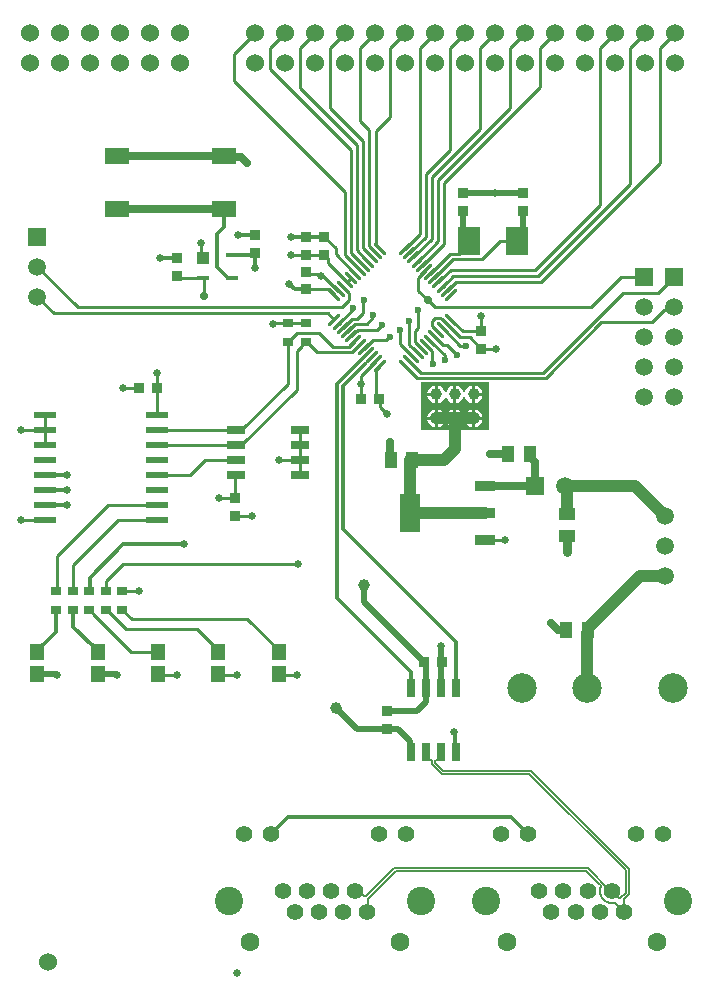
<source format=gbr>
G04*
G04 #@! TF.GenerationSoftware,Altium Limited,Altium Designer,22.4.2 (48)*
G04*
G04 Layer_Physical_Order=1*
G04 Layer_Color=255*
%FSLAX25Y25*%
%MOIN*%
G70*
G04*
G04 #@! TF.SameCoordinates,486E1BA3-CE48-4A1D-B67F-52F2D9AC8645*
G04*
G04*
G04 #@! TF.FilePolarity,Positive*
G04*
G01*
G75*
%ADD11C,0.02000*%
%ADD19C,0.01000*%
%ADD21R,0.03900X0.01500*%
%ADD22R,0.03900X0.03900*%
%ADD23R,0.03937X0.05315*%
%ADD24R,0.05315X0.03937*%
%ADD25R,0.07480X0.09449*%
%ADD26R,0.07378X0.02197*%
%ADD27R,0.06004X0.02559*%
%ADD28R,0.02756X0.06102*%
%ADD29R,0.06890X0.12598*%
%ADD30R,0.06890X0.03740*%
G04:AMPARAMS|DCode=31|XSize=11.81mil|YSize=57.09mil|CornerRadius=0mil|HoleSize=0mil|Usage=FLASHONLY|Rotation=225.000|XOffset=0mil|YOffset=0mil|HoleType=Round|Shape=Round|*
%AMOVALD31*
21,1,0.04528,0.01181,0.00000,0.00000,315.0*
1,1,0.01181,-0.01601,0.01601*
1,1,0.01181,0.01601,-0.01601*
%
%ADD31OVALD31*%

G04:AMPARAMS|DCode=32|XSize=11.81mil|YSize=57.09mil|CornerRadius=0mil|HoleSize=0mil|Usage=FLASHONLY|Rotation=315.000|XOffset=0mil|YOffset=0mil|HoleType=Round|Shape=Round|*
%AMOVALD32*
21,1,0.04528,0.01181,0.00000,0.00000,45.0*
1,1,0.01181,-0.01601,-0.01601*
1,1,0.01181,0.01601,0.01601*
%
%ADD32OVALD32*%

%ADD33R,0.08268X0.05512*%
%ADD34R,0.03347X0.02756*%
%ADD35R,0.04528X0.05315*%
%ADD36R,0.03740X0.03740*%
%ADD37R,0.03740X0.03740*%
%ADD66C,0.00512*%
%ADD67C,0.02500*%
%ADD68C,0.01200*%
%ADD69C,0.04000*%
%ADD70C,0.03000*%
%ADD71C,0.06299*%
%ADD72C,0.09449*%
%ADD73C,0.05512*%
%ADD74C,0.09843*%
%ADD75C,0.05906*%
%ADD76R,0.05906X0.05906*%
%ADD77R,0.05906X0.05906*%
%ADD78C,0.06000*%
%ADD79C,0.02756*%
%ADD80C,0.02559*%
%ADD81C,0.03937*%
%ADD82C,0.02362*%
G36*
X262500Y292500D02*
X240000D01*
Y308500D01*
X262500D01*
Y292500D01*
D02*
G37*
%LPC*%
G36*
X256928Y307439D02*
X256283Y307266D01*
X255606Y306875D01*
X255053Y306323D01*
X254662Y305646D01*
X254580Y305339D01*
X254063D01*
X253980Y305646D01*
X253590Y306323D01*
X253037Y306875D01*
X252360Y307266D01*
X251714Y307439D01*
Y304500D01*
Y301561D01*
X252360Y301734D01*
X253037Y302125D01*
X253590Y302677D01*
X253980Y303354D01*
X254063Y303661D01*
X254580D01*
X254662Y303354D01*
X255053Y302677D01*
X255606Y302125D01*
X256283Y301734D01*
X256928Y301561D01*
Y304500D01*
Y307439D01*
D02*
G37*
G36*
X250714D02*
X250068Y307266D01*
X249392Y306875D01*
X248839Y306323D01*
X248448Y305646D01*
X248366Y305339D01*
X247848D01*
X247766Y305646D01*
X247375Y306323D01*
X246823Y306875D01*
X246146Y307266D01*
X245500Y307439D01*
Y304500D01*
Y301561D01*
X246146Y301734D01*
X246823Y302125D01*
X247375Y302677D01*
X247766Y303354D01*
X247848Y303661D01*
X248366D01*
X248448Y303354D01*
X248839Y302677D01*
X249392Y302125D01*
X250068Y301734D01*
X250714Y301561D01*
Y304500D01*
Y307439D01*
D02*
G37*
G36*
X257928D02*
Y305000D01*
X260368D01*
X260195Y305646D01*
X259804Y306323D01*
X259251Y306875D01*
X258574Y307266D01*
X257928Y307439D01*
D02*
G37*
G36*
X244500D02*
X243854Y307266D01*
X243177Y306875D01*
X242625Y306323D01*
X242234Y305646D01*
X242061Y305000D01*
X244500D01*
Y307439D01*
D02*
G37*
G36*
X260368Y304000D02*
X257928D01*
Y301561D01*
X258574Y301734D01*
X259251Y302125D01*
X259804Y302677D01*
X260195Y303354D01*
X260368Y304000D01*
D02*
G37*
G36*
X244500D02*
X242061D01*
X242234Y303354D01*
X242625Y302677D01*
X243177Y302125D01*
X243854Y301734D01*
X244500Y301561D01*
Y304000D01*
D02*
G37*
G36*
X256928Y299439D02*
X256283Y299266D01*
X255606Y298875D01*
X255053Y298323D01*
X254662Y297646D01*
X254580Y297339D01*
X254063D01*
X253980Y297646D01*
X253590Y298323D01*
X253037Y298875D01*
X252360Y299266D01*
X251714Y299439D01*
Y296500D01*
Y293561D01*
X252360Y293734D01*
X253037Y294125D01*
X253590Y294677D01*
X253980Y295354D01*
X254063Y295661D01*
X254580D01*
X254662Y295354D01*
X255053Y294677D01*
X255606Y294125D01*
X256283Y293734D01*
X256928Y293561D01*
Y296500D01*
Y299439D01*
D02*
G37*
G36*
X250714D02*
X250068Y299266D01*
X249392Y298875D01*
X248839Y298323D01*
X248448Y297646D01*
X248366Y297339D01*
X247848D01*
X247766Y297646D01*
X247375Y298323D01*
X246823Y298875D01*
X246146Y299266D01*
X245500Y299439D01*
Y296500D01*
Y293561D01*
X246146Y293734D01*
X246823Y294125D01*
X247375Y294677D01*
X247766Y295354D01*
X247848Y295661D01*
X248366D01*
X248448Y295354D01*
X248839Y294677D01*
X249392Y294125D01*
X250068Y293734D01*
X250714Y293561D01*
Y296500D01*
Y299439D01*
D02*
G37*
G36*
X257928D02*
Y297000D01*
X260368D01*
X260195Y297646D01*
X259804Y298323D01*
X259251Y298875D01*
X258574Y299266D01*
X257928Y299439D01*
D02*
G37*
G36*
X244500D02*
X243854Y299266D01*
X243177Y298875D01*
X242625Y298323D01*
X242234Y297646D01*
X242061Y297000D01*
X244500D01*
Y299439D01*
D02*
G37*
G36*
X260368Y296000D02*
X257928D01*
Y293561D01*
X258574Y293734D01*
X259251Y294125D01*
X259804Y294677D01*
X260195Y295354D01*
X260368Y296000D01*
D02*
G37*
G36*
X244500D02*
X242061D01*
X242234Y295354D01*
X242625Y294677D01*
X243177Y294125D01*
X243854Y293734D01*
X244500Y293561D01*
Y296000D01*
D02*
G37*
%LPD*%
D11*
X246500Y206728D02*
Y214819D01*
X246953Y215272D01*
X246607Y215165D02*
X246726Y215045D01*
X246607Y215165D02*
Y220393D01*
X246500Y220500D02*
X246607Y220393D01*
X211500Y200000D02*
X218453Y193047D01*
X228500D01*
X138393Y211107D02*
X138500Y211000D01*
X132322Y211107D02*
X138393D01*
X132160Y211269D02*
X132322Y211107D01*
X118393D02*
X118500Y211000D01*
X112197Y211107D02*
X118393D01*
X112035Y211269D02*
X112197Y211107D01*
X228500Y193047D02*
X228655Y192892D01*
X232199D01*
X236122Y188969D01*
Y185650D02*
Y188969D01*
Y185650D02*
X236500Y185272D01*
X228500Y198953D02*
X238453D01*
X241528Y202028D01*
X241500Y206728D02*
X241528Y206700D01*
Y202028D02*
Y206700D01*
X241500Y206728D02*
Y214819D01*
X220926Y235393D02*
Y241101D01*
Y235393D02*
X241047Y215272D01*
X273933Y371445D02*
X273941Y371453D01*
X264440Y371445D02*
X273933D01*
X254067D02*
X264440D01*
X254059Y371453D02*
X254067Y371445D01*
X254059Y356386D02*
Y365547D01*
X273941Y357370D02*
Y365547D01*
D19*
X234606Y314082D02*
X238689Y310000D01*
X281500D02*
X300000Y328500D01*
X238689Y310000D02*
X281500D01*
X236047Y315474D02*
X239879Y311642D01*
X300000Y328500D02*
X317000D01*
X280733Y311642D02*
X307287Y338196D01*
X239879Y311642D02*
X280733D01*
X205122Y318500D02*
X216843D01*
X201795Y321827D02*
X205122Y318500D01*
X216843D02*
X219385Y321042D01*
X239000Y339000D02*
X242192Y335808D01*
X166500Y351122D02*
Y355000D01*
Y351122D02*
X166882Y350740D01*
X167325Y343200D02*
X167575Y342950D01*
Y337350D02*
Y342950D01*
X167100Y343200D02*
X167325D01*
X158500Y344047D02*
X159347Y343200D01*
X167100D01*
X243500Y327509D02*
Y329000D01*
X244589Y330089D02*
X246390D01*
X243500Y329000D02*
X244589Y330089D01*
X220000Y303000D02*
Y310472D01*
X256095Y323500D02*
X260094Y319500D01*
X206376Y343702D02*
X207643D01*
X205578Y344500D02*
X206376Y343702D01*
X248477Y328002D02*
X248526D01*
X246390Y330089D02*
X248477Y328002D01*
X243500Y327509D02*
X245742Y325267D01*
Y325218D02*
Y325267D01*
X239000Y326500D02*
Y332500D01*
X238087Y325587D02*
X239000Y326500D01*
X248526Y328002D02*
X253028Y323500D01*
X195500Y321827D02*
X195795D01*
X196673Y322705D01*
X198673Y325000D02*
X206000D01*
X196673Y322705D02*
Y323000D01*
X198673Y325000D01*
X134925Y242425D02*
X140500Y248000D01*
X199000D01*
X261171Y256000D02*
X268000D01*
X261116Y255945D02*
X261171Y256000D01*
X134925Y239020D02*
Y242425D01*
X152215Y211251D02*
X152521Y210945D01*
X158440D01*
X140425Y239020D02*
X140435Y239010D01*
X145990D02*
X146000Y239000D01*
X140435Y239010D02*
X145990D01*
X192771Y210945D02*
X198440D01*
X192465Y211251D02*
X192771Y210945D01*
X307287Y338196D02*
X319052D01*
X317000Y328500D02*
X321061Y332561D01*
X247176Y321000D02*
X248500D01*
X244350Y323826D02*
X247176Y321000D01*
X248500D02*
X252000Y317500D01*
X239000Y339000D02*
Y343392D01*
X241566Y345958D01*
X220000Y310472D02*
X225002Y315474D01*
X209317Y339500D02*
X211158Y337658D01*
X201500Y339500D02*
X209317D01*
X190661Y328161D02*
X195339D01*
X190500Y328000D02*
X190661Y328161D01*
X195339D02*
X195500Y328323D01*
X213631Y333500D02*
X215953Y335822D01*
X117500Y331500D02*
X121000D01*
X125500Y333500D02*
X213631D01*
X208976Y331500D02*
X211082Y329394D01*
X112000Y337000D02*
X117500Y331500D01*
X112000Y347000D02*
X125500Y333500D01*
X121000Y331500D02*
X208976Y331500D01*
X260000Y325500D02*
Y330500D01*
X242958Y322434D02*
X247800Y317592D01*
Y316200D02*
Y317592D01*
Y316200D02*
X248000Y316000D01*
X247134Y326610D02*
X252983Y320761D01*
X254739D01*
X255000Y320500D01*
X253028Y323500D02*
X256095D01*
X244000Y314500D02*
Y314869D01*
X243653Y315216D02*
X244000Y314869D01*
X243653Y315216D02*
Y318906D01*
X241566Y320993D02*
X243653Y318906D01*
X241566Y320993D02*
Y321042D01*
X238087Y321786D02*
Y325587D01*
X238782Y318258D02*
Y318258D01*
X236000Y321040D02*
Y329000D01*
Y321040D02*
X238782Y318258D01*
X233000Y321256D02*
Y326000D01*
X220739Y335739D02*
X221000Y336000D01*
X220739Y331608D02*
Y335739D01*
X221767Y328000D02*
X223739Y329972D01*
X218089Y328000D02*
X221767D01*
X215307Y325218D02*
X218089Y328000D01*
X216650Y323826D02*
X216699D01*
X218865Y325913D02*
X225413D01*
X227000Y327500D01*
X218470Y325517D02*
X218865Y325913D01*
X218390Y325517D02*
X218470D01*
X216699Y323826D02*
X218390Y325517D01*
X228361Y322729D02*
X229131Y323500D01*
X223905Y322729D02*
X228361D01*
X220826Y319650D02*
X223905Y322729D01*
X229131Y323500D02*
X229500D01*
X218702Y329571D02*
X220739Y331608D01*
X223739Y330739D02*
X224000Y331000D01*
X223739Y329972D02*
Y330739D01*
X216876Y329571D02*
X218702D01*
X217260Y332836D02*
Y333198D01*
X212474Y328002D02*
Y328051D01*
X217260Y332836D01*
X213915Y326610D02*
X216876Y329571D01*
X233000Y321256D02*
X237390Y316866D01*
X238087Y321786D02*
X240174Y319699D01*
X242192Y335808D02*
X244500Y333500D01*
X299500Y367500D02*
Y420000D01*
X278000Y346000D02*
X299500Y367500D01*
X309500Y374500D02*
Y420000D01*
X279000Y344000D02*
X309500Y374500D01*
X319500Y381586D02*
Y420000D01*
X279914Y342000D02*
X319500Y381586D01*
X251528Y342000D02*
X279914D01*
X248526Y338998D02*
X251528Y342000D01*
X248526Y338998D02*
X248526D01*
X250744Y344000D02*
X279000D01*
X249960Y346000D02*
X278000D01*
X299500Y420000D02*
X304500Y425000D01*
X319500Y420000D02*
X324500Y425000D01*
X306500Y343500D02*
X314356D01*
X296500Y333500D02*
X306500Y343500D01*
X319052Y338196D02*
X324356Y343500D01*
X323418Y332561D02*
X324356Y333500D01*
X321061Y332561D02*
X323418D01*
X244500Y333500D02*
X296500D01*
X177500Y409000D02*
X214500Y372000D01*
Y350892D02*
Y372000D01*
X140425Y232524D02*
X143449Y229500D01*
X182090D02*
X192465Y219125D01*
X143449Y229500D02*
X182090D01*
X198500Y318827D02*
X200327Y320654D01*
X198500Y305955D02*
Y318827D01*
X180045Y287500D02*
X198500Y305955D01*
X177500Y409000D02*
Y418000D01*
X172340Y211251D02*
X172646Y210945D01*
X178440D01*
X240174Y319650D02*
Y319699D01*
X260094Y319500D02*
X265000D01*
X215953Y335822D02*
Y338254D01*
X213866Y326610D02*
X213915D01*
X215258Y325218D02*
X215307D01*
X213866Y340341D02*
X215953Y338254D01*
X177500Y418000D02*
X184500Y425000D01*
X189500Y413000D02*
Y420000D01*
X194500Y425000D01*
X189500Y413000D02*
X216500Y386000D01*
X207750Y356906D02*
X211500Y353155D01*
Y351108D02*
Y353155D01*
Y351108D02*
X218042Y344566D01*
X214500Y350892D02*
X219434Y345958D01*
X216500Y351676D02*
X220826Y347350D01*
X216500Y351676D02*
Y386000D01*
X199500Y406500D02*
X218500Y387500D01*
X220487Y353256D02*
Y389013D01*
X222500Y354077D02*
Y392500D01*
Y354077D02*
X225002Y351575D01*
X219500Y395500D02*
Y420000D01*
X209500Y400000D02*
X220487Y389013D01*
X218500Y352460D02*
Y387500D01*
X209500Y400000D02*
Y420000D01*
X219500D02*
X224500Y425000D01*
X219500Y395500D02*
X222500Y392500D01*
X220487Y353256D02*
X223610Y350134D01*
X199500Y406500D02*
Y420000D01*
X204500Y425000D01*
X218500Y352460D02*
X222218Y348742D01*
X209500Y420000D02*
X214500Y425000D01*
X224793Y392293D02*
X229500Y397000D01*
X224793Y354518D02*
Y392293D01*
Y354518D02*
X226394Y352918D01*
X215258Y341782D02*
X216650Y343174D01*
X208825Y348216D02*
Y349925D01*
X207750Y351000D02*
X208825Y349925D01*
Y348216D02*
X215258Y341782D01*
X201500Y351000D02*
X207750D01*
X196500D02*
X201500D01*
X279500Y407000D02*
Y420000D01*
X247500Y354676D02*
Y375000D01*
X279500Y407000D01*
X245500Y376000D02*
X269500Y400000D01*
X245500Y355460D02*
Y376000D01*
X269500Y400000D02*
Y420000D01*
X249500Y386000D02*
Y420000D01*
X241500Y378000D02*
X249500Y386000D01*
X241500Y357028D02*
Y378000D01*
X259500Y393000D02*
Y420000D01*
X243500Y377000D02*
X259500Y393000D01*
X243500Y356244D02*
Y377000D01*
X225002Y351526D02*
Y351575D01*
X229500Y420000D02*
X234500Y425000D01*
X229500Y397000D02*
Y420000D01*
X254059Y356386D02*
X255929Y354516D01*
X272071Y355500D02*
X273941Y357370D01*
X266214Y355500D02*
X272071D01*
X260203Y349488D02*
X266214Y355500D01*
X250664Y349488D02*
X260203D01*
X244350Y343174D02*
X250664Y349488D01*
X252689Y351276D02*
X255929Y354516D01*
X242958Y344566D02*
X249668Y351276D01*
X252689D01*
X245742Y341782D02*
X249960Y346000D01*
X247134Y340390D02*
X250744Y344000D01*
X240174Y347350D02*
X247500Y354676D01*
X238782Y348742D02*
X245500Y355460D01*
X237390Y350134D02*
X243500Y356244D01*
X235998Y351526D02*
X241500Y357028D01*
X239500Y357811D02*
Y420000D01*
X234606Y352918D02*
X239500Y357811D01*
Y420000D02*
X244500Y425000D01*
X249500Y420000D02*
X254500Y425000D01*
X259500Y420000D02*
X264500Y425000D01*
X269500Y420000D02*
X274500Y425000D01*
X279500Y420000D02*
X284500Y425000D01*
X309500Y420000D02*
X314500Y425000D01*
X235998Y315474D02*
X236047D01*
X118500Y239094D02*
Y250500D01*
X139000Y262500D02*
X152000D01*
X118500Y250500D02*
X135500Y267500D01*
X124000Y247500D02*
X139000Y262500D01*
X135500Y267500D02*
X152000D01*
X124000Y239094D02*
Y247500D01*
X123925Y239020D02*
X124000Y239094D01*
X118425Y239020D02*
X118500Y239094D01*
X130598Y231350D02*
X143217Y218731D01*
X152215D01*
X129425Y232524D02*
X129720D01*
X130598Y231646D01*
Y231350D02*
Y231646D01*
X141477Y226267D02*
X165198D01*
X172340Y219125D01*
X134925Y232524D02*
X135221D01*
X141477Y226267D01*
X172340Y218731D02*
Y219125D01*
X192465Y218731D02*
Y219125D01*
X211082Y329394D02*
X211082D01*
X206000Y325000D02*
X210653Y320347D01*
X152000Y306547D02*
Y311500D01*
X151953Y306500D02*
X152000Y306547D01*
X178047Y264000D02*
X183500D01*
X178000Y264047D02*
X178047Y264000D01*
X140500Y306500D02*
X146047D01*
X172500Y270000D02*
X177953D01*
X178000Y269953D01*
Y277177D01*
X224793Y312482D02*
X226394Y314082D01*
X224793Y304113D02*
X225905Y303000D01*
X224793Y304113D02*
Y312482D01*
X225905Y303000D02*
X226284Y302621D01*
Y300216D02*
X228500Y298000D01*
X226284Y300216D02*
Y302621D01*
X192500Y282500D02*
X199677D01*
Y277500D02*
Y282500D01*
Y287500D01*
Y292500D01*
X106500D02*
X114722D01*
Y297500D01*
Y287500D02*
Y292500D01*
X178000Y277177D02*
X178323Y277500D01*
X106500Y262500D02*
X114722D01*
X151953Y297547D02*
Y306500D01*
Y297547D02*
X152000Y297500D01*
X200327Y320654D02*
Y320949D01*
X201205Y321827D02*
X201500D01*
X200327Y320949D02*
X201205Y321827D01*
X195500Y307955D02*
Y321827D01*
X180045Y292500D02*
X195500Y307955D01*
Y328323D02*
X201500D01*
X202406Y344500D02*
X205578D01*
X201500Y345406D02*
X202406Y344500D01*
X207643Y343702D02*
X210655Y340689D01*
X210734D02*
X212425Y338998D01*
X210655Y340689D02*
X210734D01*
X212425Y338998D02*
X212474D01*
X253811Y325500D02*
X260000D01*
X249918Y329394D02*
X253811Y325500D01*
X168000Y282500D02*
X178323D01*
X152000Y277500D02*
X163000D01*
X168000Y282500D01*
X152000Y287500D02*
X178323D01*
X152000Y292500D02*
X178323D01*
Y287500D02*
X180045D01*
X215906Y320347D02*
X217993Y322434D01*
X210653Y320347D02*
X215906D01*
X201500Y321827D02*
X201795D01*
X217993Y322434D02*
X218042D01*
X178323Y292500D02*
X180045D01*
X219385Y321042D02*
X219434D01*
D21*
X176900Y350800D02*
D03*
Y343200D02*
D03*
X167100D02*
D03*
D22*
Y350000D02*
D03*
D23*
X268858Y284500D02*
D03*
X276142D02*
D03*
X229811Y282500D02*
D03*
X237094D02*
D03*
X288358Y226000D02*
D03*
X295642D02*
D03*
D24*
X288500Y257358D02*
D03*
Y264642D02*
D03*
D25*
X272071Y355500D02*
D03*
X255929D02*
D03*
D26*
X114722Y297500D02*
D03*
Y292500D02*
D03*
Y287500D02*
D03*
Y282500D02*
D03*
Y277500D02*
D03*
Y272500D02*
D03*
Y267500D02*
D03*
Y262500D02*
D03*
X152000D02*
D03*
Y267500D02*
D03*
Y272500D02*
D03*
Y277500D02*
D03*
Y282500D02*
D03*
Y287500D02*
D03*
Y297500D02*
D03*
Y292500D02*
D03*
D27*
X178323Y277500D02*
D03*
Y282500D02*
D03*
Y287500D02*
D03*
Y292500D02*
D03*
X199677D02*
D03*
Y287500D02*
D03*
Y282500D02*
D03*
Y277500D02*
D03*
D28*
X251500Y206728D02*
D03*
X246500D02*
D03*
X241500D02*
D03*
X236500D02*
D03*
Y185272D02*
D03*
X241500D02*
D03*
X246500D02*
D03*
X251500D02*
D03*
D29*
X236313Y265000D02*
D03*
D30*
X261116Y274055D02*
D03*
Y265000D02*
D03*
Y255945D02*
D03*
D31*
X249918Y329394D02*
D03*
X248526Y328002D02*
D03*
X247134Y326610D02*
D03*
X245742Y325218D02*
D03*
X244350Y323826D02*
D03*
X242958Y322434D02*
D03*
X241566Y321042D02*
D03*
X240174Y319650D02*
D03*
X238782Y318258D02*
D03*
X237390Y316866D02*
D03*
X235998Y315474D02*
D03*
X234606Y314082D02*
D03*
X211082Y337606D02*
D03*
X212474Y338998D02*
D03*
X213866Y340390D02*
D03*
X215258Y341782D02*
D03*
X216650Y343174D02*
D03*
X218042Y344566D02*
D03*
X219434Y345958D02*
D03*
X220826Y347350D02*
D03*
X222218Y348742D02*
D03*
X223610Y350134D02*
D03*
X225002Y351526D02*
D03*
X226394Y352918D02*
D03*
D32*
Y314082D02*
D03*
X225002Y315474D02*
D03*
X223610Y316866D02*
D03*
X222218Y318258D02*
D03*
X220826Y319650D02*
D03*
X219434Y321042D02*
D03*
X218042Y322434D02*
D03*
X216650Y323826D02*
D03*
X215258Y325218D02*
D03*
X213866Y326610D02*
D03*
X212474Y328002D02*
D03*
X211082Y329394D02*
D03*
X234606Y352918D02*
D03*
X235998Y351526D02*
D03*
X237390Y350134D02*
D03*
X238782Y348742D02*
D03*
X240174Y347350D02*
D03*
X241566Y345958D02*
D03*
X242958Y344566D02*
D03*
X244350Y343174D02*
D03*
X245742Y341782D02*
D03*
X247134Y340390D02*
D03*
X248526Y338998D02*
D03*
X249918Y337606D02*
D03*
D33*
X174413Y383858D02*
D03*
X138587D02*
D03*
X174413Y366142D02*
D03*
X138587D02*
D03*
D34*
X140425Y232524D02*
D03*
Y239020D02*
D03*
X134925Y232524D02*
D03*
Y239020D02*
D03*
X129425Y232524D02*
D03*
Y239020D02*
D03*
X201500Y321827D02*
D03*
Y328323D02*
D03*
X195500Y321827D02*
D03*
Y328323D02*
D03*
X123925Y232524D02*
D03*
Y239020D02*
D03*
X118425Y232524D02*
D03*
Y239020D02*
D03*
D35*
X192465Y211251D02*
D03*
Y218731D02*
D03*
X172340Y211251D02*
D03*
Y218731D02*
D03*
X152215Y211251D02*
D03*
Y218731D02*
D03*
X132160Y218749D02*
D03*
Y211269D02*
D03*
X112035Y218749D02*
D03*
Y211269D02*
D03*
D36*
X151953Y306500D02*
D03*
X146047D02*
D03*
X241047Y215272D02*
D03*
X246953D02*
D03*
X225905Y303000D02*
D03*
X220000D02*
D03*
D37*
X178000Y264047D02*
D03*
Y269953D02*
D03*
X228500Y193047D02*
D03*
Y198953D02*
D03*
X254059Y365547D02*
D03*
Y371453D02*
D03*
X273941Y365547D02*
D03*
Y371453D02*
D03*
X201500Y339500D02*
D03*
Y345406D02*
D03*
X260000Y325500D02*
D03*
Y319595D02*
D03*
X201500Y351000D02*
D03*
Y356906D02*
D03*
X207750Y351000D02*
D03*
Y356906D02*
D03*
X158500Y344047D02*
D03*
Y349953D02*
D03*
X184500Y351547D02*
D03*
Y357453D02*
D03*
D66*
X299763Y140507D02*
X299499Y139468D01*
X299519Y138395D01*
X299823Y137367D01*
X300389Y136455D01*
X301176Y135726D01*
X299763Y140603D02*
Y140603D01*
X301184Y135721D02*
X301995Y135267D01*
X302890Y135016D01*
X303819Y134983D01*
X303819Y134983D02*
X304499Y135001D01*
X307500Y132000D02*
Y136302D01*
X309198Y138000D01*
X299763Y140603D02*
Y140815D01*
X299186Y141392D02*
X299763Y140815D01*
Y140507D02*
Y140603D01*
X295078Y145500D02*
X299186Y141392D01*
X304977Y134523D02*
X307500Y132000D01*
X301176Y135726D02*
X301184Y135721D01*
X304499Y135001D02*
X304977Y134523D01*
X231437Y145500D02*
X295078D01*
X222191Y136254D02*
X231437Y145500D01*
X222191Y132191D02*
Y136254D01*
X222000Y132000D02*
X222191Y132191D01*
X276500Y179000D02*
X309198Y146302D01*
X276084Y177996D02*
X308194Y145886D01*
Y138416D02*
Y145886D01*
X246841Y177996D02*
X276084D01*
X247257Y179000D02*
X276500D01*
X309198Y138000D02*
Y146302D01*
X303484Y139008D02*
X305923Y136569D01*
X306347D01*
X308194Y138416D01*
X231021Y146504D02*
X295494D01*
X302990Y139008D01*
X303484D01*
X219208D02*
X221088Y137128D01*
X217984Y139008D02*
X219208D01*
X221645Y137128D02*
X231021Y146504D01*
X221088Y137128D02*
X221645D01*
X243498Y181339D02*
X246841Y177996D01*
X242622Y182629D02*
X243198D01*
X241500Y183751D02*
X242622Y182629D01*
X241500Y183751D02*
Y185272D01*
X244502Y181755D02*
X247257Y179000D01*
X244502Y181755D02*
Y182329D01*
X244802Y182629D01*
X243198D02*
X243498Y182329D01*
Y181339D02*
Y182329D01*
X245378Y182629D02*
X246500Y183751D01*
X244802Y182629D02*
X245378D01*
X246500Y183751D02*
Y185272D01*
D67*
X180000Y383500D02*
X182000Y381500D01*
X174772Y383500D02*
X180000D01*
X174413Y383858D02*
X174772Y383500D01*
X138587Y383858D02*
X174413D01*
X138587Y366142D02*
X174413D01*
X276142Y283811D02*
X277972Y281980D01*
Y274028D02*
Y281980D01*
X276142Y283811D02*
Y284500D01*
X261144Y274028D02*
X277972D01*
X278000Y274000D01*
X263016Y284500D02*
X263060Y284456D01*
X269504D01*
X263000Y284500D02*
X263016D01*
X229511Y282800D02*
X229811Y282500D01*
X229511Y282800D02*
Y288489D01*
X229500Y288500D02*
X229511Y288489D01*
X283150Y228425D02*
X285650Y225925D01*
X288972D01*
X289047Y226000D01*
X261116Y274055D02*
X261144Y274028D01*
D68*
X176750Y343350D02*
X176900Y343200D01*
X175550Y343350D02*
X176750D01*
X172000Y346900D02*
Y358000D01*
Y346900D02*
X175550Y343350D01*
X174413Y360413D02*
Y366142D01*
X172000Y358000D02*
X174413Y360413D01*
X179000Y357500D02*
X184453D01*
X184500Y357453D01*
Y346500D02*
Y351547D01*
X176900Y350800D02*
X183753D01*
X184500Y351547D01*
X158453Y350000D02*
X158500Y349953D01*
X153000Y350000D02*
X158453D01*
X212000Y308027D02*
X213103Y309130D01*
X212000Y236500D02*
Y308027D01*
Y236500D02*
X236500Y212000D01*
X269937Y163500D02*
X275453Y157984D01*
X195468Y163500D02*
X269937D01*
X189953Y157984D02*
X195468Y163500D01*
X132160Y218749D02*
Y219143D01*
X130496Y220806D02*
X132160Y219143D01*
X123951Y226958D02*
X130103Y220806D01*
X123951Y226958D02*
Y232497D01*
X130103Y220806D02*
X130496D01*
X112035Y219143D02*
X113699Y220806D01*
X114093D02*
X118425Y225139D01*
Y232524D01*
X112035Y218749D02*
Y219143D01*
X113699Y220806D02*
X114093D01*
X123925Y232524D02*
X123951Y232497D01*
X197830Y339500D02*
X201500D01*
X196050Y341280D02*
X197830Y339500D01*
X196000Y341280D02*
X196050D01*
X251200Y185572D02*
Y191685D01*
X250940Y191945D02*
X251200Y191685D01*
Y185572D02*
X251500Y185272D01*
X241047Y215272D02*
X241500Y214819D01*
X236500Y206728D02*
Y212000D01*
X214000Y259500D02*
X251500Y222000D01*
Y206728D02*
Y222000D01*
X196500Y357000D02*
X201406D01*
X201500Y356906D01*
X207750D01*
X114722Y267500D02*
X122000D01*
X114722Y272500D02*
X122000D01*
X114722Y277500D02*
X122000D01*
X140495Y254500D02*
X161000D01*
X129432Y243438D02*
X140495Y254500D01*
X129432Y239027D02*
Y243438D01*
X129425Y239020D02*
X129432Y239027D01*
X214000Y307256D02*
X221423Y314680D01*
X214000Y259500D02*
Y307256D01*
X213103Y309130D02*
X213103D01*
X220236Y316264D01*
D69*
X295642Y226000D02*
Y226626D01*
X312964Y243948D01*
X295260Y224992D02*
X295642Y225374D01*
Y226000D01*
X295260Y206500D02*
Y224992D01*
X312964Y243948D02*
X321233D01*
X321285Y244000D01*
X245000Y296500D02*
X251214D01*
X257429D01*
X236359Y282454D02*
X247454D01*
X251214Y286214D02*
Y296500D01*
X247454Y282454D02*
X251214Y286214D01*
X236313Y265000D02*
X236359Y265046D01*
Y282454D01*
X236313Y265000D02*
X261116D01*
X311285Y274000D02*
X321285Y264000D01*
X288000Y274000D02*
X311285D01*
X288500Y264500D02*
Y273500D01*
X288000Y274000D02*
X288500Y273500D01*
D70*
Y251953D02*
Y257827D01*
D71*
X268445Y122000D02*
D03*
X318445D02*
D03*
X232945D02*
D03*
X182945D02*
D03*
D72*
X261457Y135504D02*
D03*
X325433D02*
D03*
X239933D02*
D03*
X175957D02*
D03*
D73*
X266437Y157984D02*
D03*
X275453D02*
D03*
X311437D02*
D03*
X320453D02*
D03*
X279390Y139008D02*
D03*
X283405Y132000D02*
D03*
X287421Y139008D02*
D03*
X291437Y132000D02*
D03*
X295453Y139008D02*
D03*
X299468Y132000D02*
D03*
X303484Y139008D02*
D03*
X307500Y132000D02*
D03*
X222000D02*
D03*
X217984Y139008D02*
D03*
X213968Y132000D02*
D03*
X209953Y139008D02*
D03*
X205937Y132000D02*
D03*
X201921Y139008D02*
D03*
X197906Y132000D02*
D03*
X193890Y139008D02*
D03*
X234953Y157984D02*
D03*
X225937D02*
D03*
X189953D02*
D03*
X180937D02*
D03*
D74*
X295260Y206500D02*
D03*
X273606D02*
D03*
X324000D02*
D03*
D75*
X321285Y264000D02*
D03*
Y254000D02*
D03*
Y244000D02*
D03*
X288000Y274000D02*
D03*
X314356Y303500D02*
D03*
X324356D02*
D03*
X314356Y313500D02*
D03*
X324356D02*
D03*
Y323500D02*
D03*
X314356Y333500D02*
D03*
X324356D02*
D03*
X314356Y323500D02*
D03*
X112000Y347000D02*
D03*
Y337000D02*
D03*
D76*
X278000Y274000D02*
D03*
D77*
X314356Y343500D02*
D03*
X324356D02*
D03*
X112000Y357000D02*
D03*
D78*
X109500Y425000D02*
D03*
X119500D02*
D03*
X129500D02*
D03*
X139500D02*
D03*
X149500D02*
D03*
X159500D02*
D03*
Y415000D02*
D03*
X149500D02*
D03*
X109500D02*
D03*
X119500D02*
D03*
X129500D02*
D03*
X139500D02*
D03*
X234500Y425000D02*
D03*
X244500D02*
D03*
X254500D02*
D03*
X264500D02*
D03*
X274500D02*
D03*
X284500D02*
D03*
X294500D02*
D03*
X304500D02*
D03*
X314500D02*
D03*
X324500D02*
D03*
Y415000D02*
D03*
X314500D02*
D03*
X304500D02*
D03*
X294500D02*
D03*
X284500D02*
D03*
X274500D02*
D03*
X264500D02*
D03*
X254500D02*
D03*
X244500D02*
D03*
X234500D02*
D03*
X224500Y425000D02*
D03*
X214500D02*
D03*
X204500D02*
D03*
X194500D02*
D03*
X184500D02*
D03*
X224500Y415000D02*
D03*
X214500D02*
D03*
X204500D02*
D03*
X194500D02*
D03*
X184500D02*
D03*
X115500Y115417D02*
D03*
D79*
X167575Y337350D02*
D03*
X242192Y335808D02*
D03*
D80*
X166500Y355000D02*
D03*
X182000Y381500D02*
D03*
X179000Y357500D02*
D03*
X263000Y284500D02*
D03*
X229500Y288500D02*
D03*
X288500Y251953D02*
D03*
X199000Y248000D02*
D03*
X268000Y256000D02*
D03*
X138500Y211000D02*
D03*
X118500D02*
D03*
X158440Y210945D02*
D03*
X178500Y111500D02*
D03*
X146000Y239000D02*
D03*
X198440Y210945D02*
D03*
X283150Y228425D02*
D03*
X184500Y346500D02*
D03*
X220000Y308000D02*
D03*
X196000Y341280D02*
D03*
X190500Y328000D02*
D03*
X260000Y330500D02*
D03*
X246500Y220500D02*
D03*
X250940Y191945D02*
D03*
X178440Y210945D02*
D03*
X264440Y371445D02*
D03*
X196500Y357000D02*
D03*
X265000Y319500D02*
D03*
X122000Y277500D02*
D03*
Y272500D02*
D03*
Y267500D02*
D03*
X161000Y254500D02*
D03*
X153000Y350000D02*
D03*
X152000Y311500D02*
D03*
X183500Y264000D02*
D03*
X140500Y306500D02*
D03*
X172500Y270000D02*
D03*
X228500Y298000D02*
D03*
X192500Y282500D02*
D03*
X106500Y262500D02*
D03*
Y292500D02*
D03*
X206500Y344000D02*
D03*
X196500Y351000D02*
D03*
D81*
X211500Y200000D02*
D03*
X257429Y296500D02*
D03*
X245000Y304500D02*
D03*
X245000Y296500D02*
D03*
X251214D02*
D03*
X220926Y241101D02*
D03*
X257429Y304500D02*
D03*
X251214D02*
D03*
D82*
X255000Y320500D02*
D03*
X248000Y316000D02*
D03*
X252000Y317500D02*
D03*
X244000Y314500D02*
D03*
X236000Y329000D02*
D03*
X239000Y332500D02*
D03*
X233000Y326000D02*
D03*
X221000Y336000D02*
D03*
X229500Y323500D02*
D03*
X227000Y327500D02*
D03*
X224000Y331000D02*
D03*
X217260Y333198D02*
D03*
M02*

</source>
